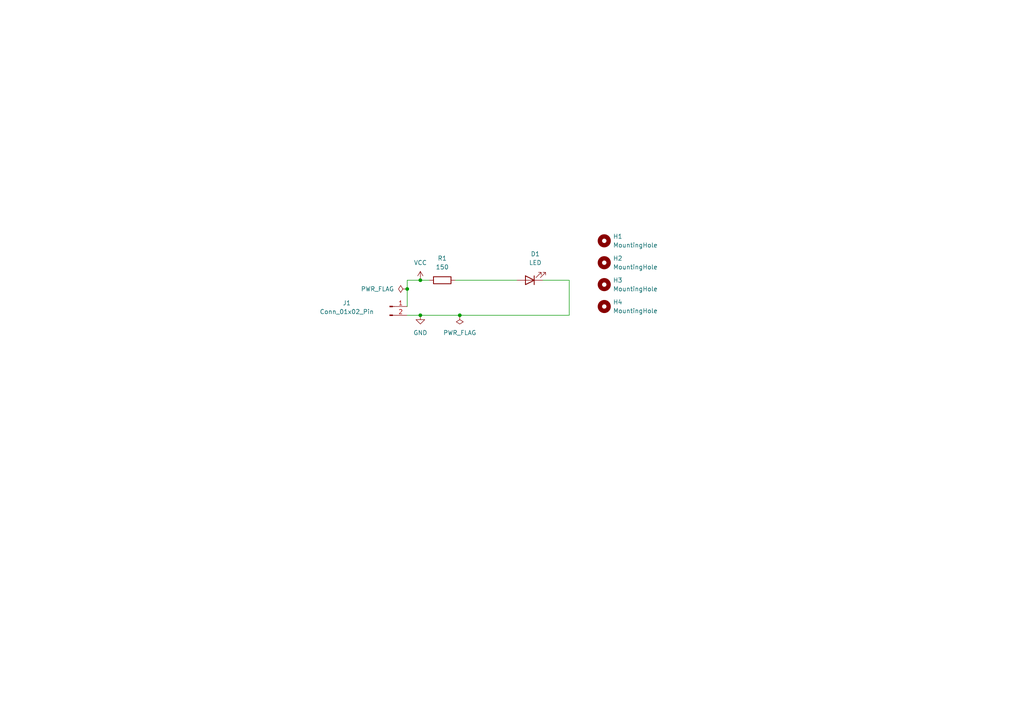
<source format=kicad_sch>
(kicad_sch (version 20231120) (generator "eeschema") (generator_version "8.0")
  (paper "A4")
  (title_block (title "LED tentou kairo") (company "Akihiro kataoka"))
  (lib_symbols
    (symbol "Connector:Conn_01x02_Pin" (pin_names (offset 1.016) hide)
      (property "Reference" "J" (at 0 2.54 0))
      (property "Value" "Conn_01x02_Pin" (at 0 -5.08 0))
      (symbol "Conn_01x02_Pin_1_1"
        (polyline (pts (xy 1.27 -2.54) (xy 0.8636 -2.54)) (stroke (width 0.1524)))
        (polyline (pts (xy 1.27 0) (xy 0.8636 0)) (stroke (width 0.1524)))
        (rectangle (start 0.8636 -2.413) (end 0 -2.667) (stroke (width 0.1524)) (fill (type outline)))
        (rectangle (start 0.8636 0.127) (end 0 -0.127) (stroke (width 0.1524)) (fill (type outline)))
        (pin passive line (at 5.08 0 180) (length 3.81) (name "Pin_1") (number "1"))
        (pin passive line (at 5.08 -2.54 180) (length 3.81) (name "Pin_2") (number "2"))
      )
    )
    (symbol "Device:LED" (pin_numbers hide) (pin_names (offset 1.016) hide)
      (property "Reference" "D" (at 0 2.54 0))
      (property "Value" "LED" (at 0 -2.54 0))
      (symbol "LED_0_1"
        (polyline (pts (xy -1.27 -1.27) (xy -1.27 1.27)) (stroke (width 0.254)))
        (polyline (pts (xy -1.27 0) (xy 1.27 0)))
        (polyline (pts (xy 1.27 -1.27) (xy 1.27 1.27) (xy -1.27 0) (xy 1.27 -1.27)) (stroke (width 0.254)))
        (polyline (pts (xy -3.048 -0.762) (xy -4.572 -2.286) (xy -3.81 -2.286) (xy -4.572 -2.286) (xy -4.572 -1.524)))
        (polyline (pts (xy -1.778 -0.762) (xy -3.302 -2.286) (xy -2.54 -2.286) (xy -3.302 -2.286) (xy -3.302 -1.524)))
      )
      (symbol "LED_1_1"
        (pin passive line (at -3.81 0 0) (length 2.54) (name "K") (number "1"))
        (pin passive line (at 3.81 0 180) (length 2.54) (name "A") (number "2"))
      )
    )
    (symbol "Device:R" (pin_numbers hide) (pin_names (offset 0))
      (property "Reference" "R" (at 2.032 0 90))
      (property "Value" "R" (at 0 0 90))
      (symbol "R_0_1"
        (rectangle (start -1.016 -2.54) (end 1.016 2.54) (stroke (width 0.254)))
      )
      (symbol "R_1_1"
        (pin passive line (at 0 3.81 270) (length 1.27) (name "~") (number "1"))
        (pin passive line (at 0 -3.81 90) (length 1.27) (name "~") (number "2"))
      )
    )
    (symbol "Mechanical:MountingHole" (pin_names (offset 1.016)) (exclude_from_sim yes) (in_bom no)
      (property "Reference" "H" (at 0 5.08 0))
      (property "Value" "MountingHole" (at 0 3.175 0))
      (symbol "MountingHole_0_1"
        (circle (center 0 0) (radius 1.27) (stroke (width 1.27)))
      )
    )
    (symbol "power:GND" (power) (pin_numbers hide) (pin_names (offset 0) hide)
      (property "Value" "GND" (at 0 -3.81 0))
      (symbol "GND_0_1"
        (polyline (pts (xy 0 0) (xy 0 -1.27) (xy 1.27 -1.27) (xy 0 -2.54) (xy -1.27 -1.27) (xy 0 -1.27)))
      )
      (symbol "GND_1_1"
        (pin power_in line (at 0 0 270) (length 0) (name "~") (number "1"))
      )
    )
    (symbol "power:PWR_FLAG" (power) (pin_numbers hide) (pin_names (offset 0) hide)
      (property "Value" "PWR_FLAG" (at 0 3.81 0))
      (symbol "PWR_FLAG_0_0"
        (pin power_out line (at 0 0 90) (length 0) (name "~") (number "1"))
      )
      (symbol "PWR_FLAG_0_1"
        (polyline (pts (xy 0 0) (xy 0 1.27) (xy -1.016 1.905) (xy 0 2.54) (xy 1.016 1.905) (xy 0 1.27)))
      )
    )
    (symbol "power:VCC" (power) (pin_numbers hide) (pin_names (offset 0) hide)
      (property "Value" "VCC" (at 0 3.556 0))
      (symbol "VCC_0_1"
        (polyline (pts (xy -0.762 1.27) (xy 0 2.54)))
        (polyline (pts (xy 0 0) (xy 0 2.54)))
        (polyline (pts (xy 0 2.54) (xy 0.762 1.27)))
      )
      (symbol "VCC_1_1"
        (pin power_in line (at 0 0 90) (length 0) (name "~") (number "1"))
      )
    )
  )
  (junction (at 121.92 81.28))
  (junction (at 118.11 83.82))
  (junction (at 133.35 91.44))
  (junction (at 121.92 91.44))
  (wire (pts (xy 132.08 81.28) (xy 149.86 81.28)))
  (wire (pts (xy 165.1 81.28) (xy 165.1 91.44)))
  (wire (pts (xy 118.11 81.28) (xy 121.92 81.28)))
  (wire (pts (xy 157.48 81.28) (xy 165.1 81.28)))
  (wire (pts (xy 121.92 81.28) (xy 124.46 81.28)))
  (wire (pts (xy 133.35 91.44) (xy 165.1 91.44)))
  (wire (pts (xy 121.92 91.44) (xy 133.35 91.44)))
  (wire (pts (xy 118.11 83.82) (xy 118.11 81.28)))
  (wire (pts (xy 118.11 91.44) (xy 121.92 91.44)))
  (wire (pts (xy 118.11 88.9) (xy 118.11 83.82)))
  (symbol (lib_id "power:PWR_FLAG") (at 133.35 91.44 180) (unit 1)
    (property "Reference" "#FLG02" (effects (hide yes)))
    (property "Value" "PWR_FLAG" (at 133.35 96.52 0))
    (property "Description" "Special symbol for telling ERC where power comes from" (effects (hide yes)))
  )
  (symbol (lib_id "Mechanical:MountingHole") (at 175.26 88.9 0) (unit 1) (exclude_from_sim yes) (in_bom no)
    (property "Reference" "H4" (at 177.8 87.6299 0) (effects (justify left)))
    (property "Value" "MountingHole" (at 177.8 90.1699 0) (effects (justify left)))
    (property "Footprint" "MountingHole:MountingHole_3.2mm_M3" (effects (hide yes)))
    (property "Description" "Mounting Hole without connection" (effects (hide yes)))
  )
  (symbol (lib_id "Device:LED") (at 153.67 81.28 180) (unit 1)
    (property "Reference" "D1" (at 155.2575 73.66 0))
    (property "Value" "LED" (at 155.2575 76.2 0))
    (property "Footprint" "LED_THT:LED_D5.0mm" (effects (hide yes)))
    (property "Description" "Light emitting diode" (effects (hide yes)))
  )
  (symbol (lib_id "Mechanical:MountingHole") (at 175.26 82.55 0) (unit 1) (exclude_from_sim yes) (in_bom no)
    (property "Reference" "H3" (at 177.8 81.2799 0) (effects (justify left)))
    (property "Value" "MountingHole" (at 177.8 83.8199 0) (effects (justify left)))
    (property "Footprint" "MountingHole:MountingHole_3.2mm_M3" (effects (hide yes)))
    (property "Description" "Mounting Hole without connection" (effects (hide yes)))
  )
  (symbol (lib_id "Mechanical:MountingHole") (at 175.26 76.2 0) (unit 1) (exclude_from_sim yes) (in_bom no)
    (property "Reference" "H2" (at 177.8 74.9299 0) (effects (justify left)))
    (property "Value" "MountingHole" (at 177.8 77.4699 0) (effects (justify left)))
    (property "Footprint" "MountingHole:MountingHole_3.2mm_M3" (effects (hide yes)))
    (property "Description" "Mounting Hole without connection" (effects (hide yes)))
  )
  (symbol (lib_id "Mechanical:MountingHole") (at 175.26 69.85 0) (unit 1) (exclude_from_sim yes) (in_bom no)
    (property "Reference" "H1" (at 177.8 68.5799 0) (effects (justify left)))
    (property "Value" "MountingHole" (at 177.8 71.1199 0) (effects (justify left)))
    (property "Footprint" "MountingHole:MountingHole_3.2mm_M3" (effects (hide yes)))
    (property "Description" "Mounting Hole without connection" (effects (hide yes)))
  )
  (symbol (lib_id "Device:R") (at 128.27 81.28 90) (unit 1)
    (property "Reference" "R1" (at 128.27 74.93 90))
    (property "Value" "150" (at 128.27 77.47 90))
    (property "Footprint" "Resistor_THT:R_Axial_DIN0207_L6.3mm_D2.5mm_P7.62mm_Horizontal" (effects (hide yes)))
    (property "Description" "Resistor" (effects (hide yes)))
  )
  (symbol (lib_id "power:PWR_FLAG") (at 118.11 83.82 90) (unit 1)
    (property "Reference" "#FLG01" (effects (hide yes)))
    (property "Value" "PWR_FLAG" (at 114.3 83.8199 90) (effects (justify left)))
    (property "Description" "Special symbol for telling ERC where power comes from" (effects (hide yes)))
  )
  (symbol (lib_id "power:VCC") (at 121.92 81.28 0) (unit 1)
    (property "Reference" "#PWR01" (effects (hide yes)))
    (property "Value" "VCC" (at 121.92 76.2 0))
    (property "Description" "Power symbol creates a global label with name \"VCC\"" (effects (hide yes)))
  )
  (symbol (lib_id "power:GND") (at 121.92 91.44 0) (unit 1)
    (property "Reference" "#PWR02" (effects (hide yes)))
    (property "Value" "GND" (at 121.92 96.52 0))
    (property "Description" "Power symbol creates a global label with name \"GND\" , ground" (effects (hide yes)))
  )
  (symbol (lib_id "Connector:Conn_01x02_Pin") (at 113.03 88.9 0) (unit 1)
    (property "Reference" "J1" (at 100.584 87.884 0))
    (property "Value" "Conn_01x02_Pin" (at 100.584 90.424 0))
    (property "Footprint" "Connector_PinHeader_2.54mm:PinHeader_1x02_P2.54mm_Vertical" (effects (hide yes)))
    (property "Description" "Generic connector, single row, 01x02, script generated" (effects (hide yes)))
  )
)
</source>
